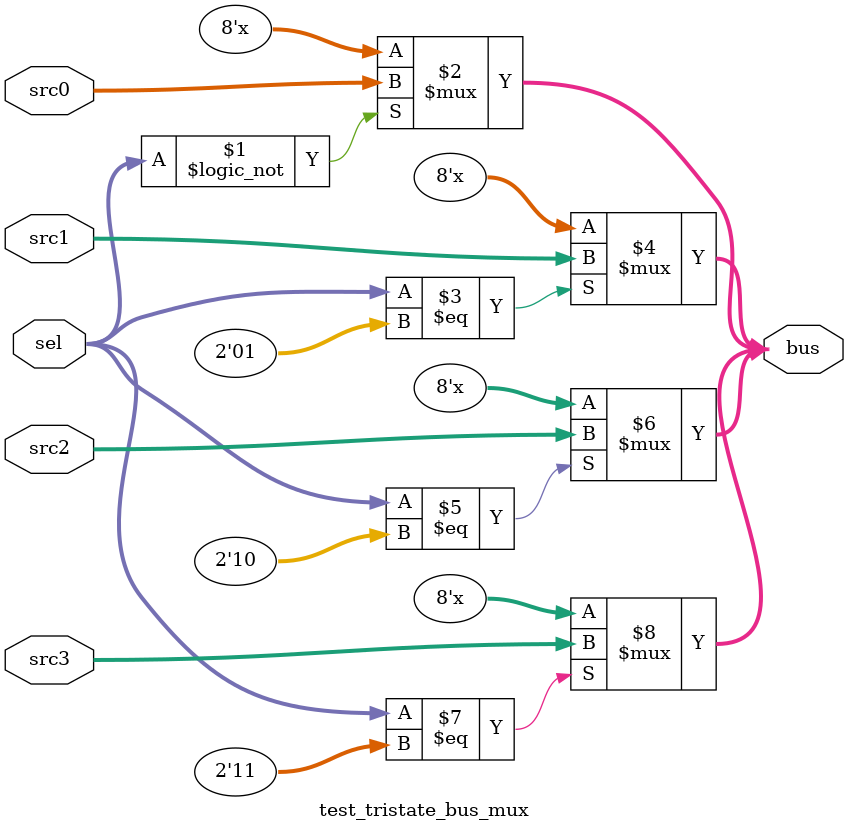
<source format=v>

module test_tristate_bus_mux(
  input [7:0] src0,
  input [7:0] src1,
  input [7:0] src2,
  input [7:0] src3,
  input [1:0] sel,
  output wire [7:0] bus
);
  assign bus = (sel == 2'd0) ? src0 : 8'bz;
  assign bus = (sel == 2'd1) ? src1 : 8'bz;
  assign bus = (sel == 2'd2) ? src2 : 8'bz;
  assign bus = (sel == 2'd3) ? src3 : 8'bz;
endmodule

</source>
